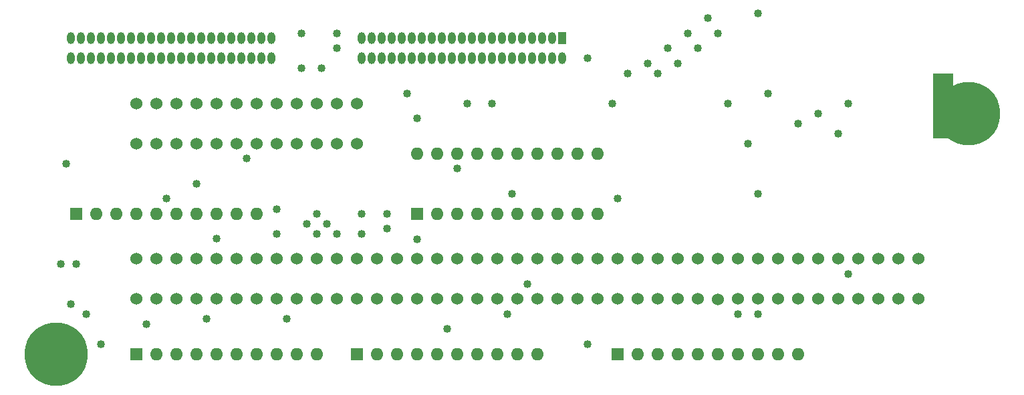
<source format=gbs>
%TF.GenerationSoftware,KiCad,Pcbnew,(6.0.7)*%
%TF.CreationDate,2022-10-12T10:21:12-05:00*%
%TF.ProjectId,CompaqPortableIIIexpansionbackplane,436f6d70-6171-4506-9f72-7461626c6549,rev?*%
%TF.SameCoordinates,Original*%
%TF.FileFunction,Soldermask,Bot*%
%TF.FilePolarity,Negative*%
%FSLAX46Y46*%
G04 Gerber Fmt 4.6, Leading zero omitted, Abs format (unit mm)*
G04 Created by KiCad (PCBNEW (6.0.7)) date 2022-10-12 10:21:12*
%MOMM*%
%LPD*%
G01*
G04 APERTURE LIST*
%ADD10R,1.600000X1.600000*%
%ADD11O,1.600000X1.600000*%
%ADD12C,1.524000*%
%ADD13R,1.000000X1.500000*%
%ADD14O,1.000000X1.500000*%
%ADD15C,8.000000*%
%ADD16C,4.400000*%
%ADD17C,1.016000*%
G04 APERTURE END LIST*
G36*
X205105000Y-84455000D02*
G01*
X202565000Y-84455000D01*
X202565000Y-92710000D01*
X205105000Y-92710000D01*
X205105000Y-84455000D01*
G37*
D10*
%TO.C,RN1*%
X93980000Y-102235000D03*
D11*
X96520000Y-102235000D03*
X99060000Y-102235000D03*
X101600000Y-102235000D03*
X104140000Y-102235000D03*
X106680000Y-102235000D03*
X109220000Y-102235000D03*
X111760000Y-102235000D03*
X114300000Y-102235000D03*
X116840000Y-102235000D03*
%TD*%
D12*
%TO.C,J110*%
X101600000Y-88265000D03*
X101600000Y-93345000D03*
X104140000Y-88265000D03*
X104140000Y-93345000D03*
X106680000Y-88265000D03*
X106680000Y-93345000D03*
X109220000Y-88265000D03*
X109220000Y-93345000D03*
X111760000Y-88265000D03*
X111760000Y-93345000D03*
X114300000Y-88265000D03*
X114300000Y-93345000D03*
X116840000Y-88265000D03*
X116840000Y-93345000D03*
X119380000Y-88265000D03*
X119380000Y-93345000D03*
X121920000Y-88265000D03*
X121920000Y-93345000D03*
X124460000Y-88265000D03*
X124460000Y-93345000D03*
X127000000Y-88265000D03*
X127000000Y-93345000D03*
X129540000Y-88265000D03*
X129540000Y-93345000D03*
%TD*%
D13*
%TO.C,J113*%
X155575000Y-80010000D03*
D14*
X155575000Y-82550000D03*
X154305000Y-80010000D03*
X154305000Y-82550000D03*
X153035000Y-80010000D03*
X153035000Y-82550000D03*
X151765000Y-80010000D03*
X151765000Y-82550000D03*
X150495000Y-80010000D03*
X150495000Y-82550000D03*
X149225000Y-80010000D03*
X149225000Y-82550000D03*
X147955000Y-80010000D03*
X147955000Y-82550000D03*
X146685000Y-80010000D03*
X146685000Y-82550000D03*
X145415000Y-80010000D03*
X145415000Y-82550000D03*
X144145000Y-80010000D03*
X144145000Y-82550000D03*
X142875000Y-80010000D03*
X142875000Y-82550000D03*
X141605000Y-80010000D03*
X141605000Y-82550000D03*
X140335000Y-80010000D03*
X140335000Y-82550000D03*
X139065000Y-80010000D03*
X139065000Y-82550000D03*
X137795000Y-80010000D03*
X137795000Y-82550000D03*
X136525000Y-80010000D03*
X136525000Y-82550000D03*
X135255000Y-80010000D03*
X135255000Y-82550000D03*
X133985000Y-80010000D03*
X133985000Y-82550000D03*
X132715000Y-80010000D03*
X132715000Y-82550000D03*
X131445000Y-80010000D03*
X131445000Y-82550000D03*
X130175000Y-80010000D03*
X130175000Y-82550000D03*
X118745000Y-80010000D03*
X118745000Y-82550000D03*
X117475000Y-80010000D03*
X117475000Y-82550000D03*
X116205000Y-80010000D03*
X116205000Y-82550000D03*
X114935000Y-80010000D03*
X114935000Y-82550000D03*
X113665000Y-80010000D03*
X113665000Y-82550000D03*
X112395000Y-80010000D03*
X112395000Y-82550000D03*
X111125000Y-80010000D03*
X111125000Y-82550000D03*
X109855000Y-80010000D03*
X109855000Y-82550000D03*
X108585000Y-80010000D03*
X108585000Y-82550000D03*
X107315000Y-80010000D03*
X107315000Y-82550000D03*
X106045000Y-80010000D03*
X106045000Y-82550000D03*
X104775000Y-80010000D03*
X104775000Y-82550000D03*
X103505000Y-80010000D03*
X103505000Y-82550000D03*
X102235000Y-80010000D03*
X102235000Y-82550000D03*
X100965000Y-80010000D03*
X100965000Y-82550000D03*
X99695000Y-80010000D03*
X99695000Y-82550000D03*
X98425000Y-80010000D03*
X98425000Y-82550000D03*
X97155000Y-80010000D03*
X97155000Y-82550000D03*
X95885000Y-80010000D03*
X95885000Y-82550000D03*
X94615000Y-80010000D03*
X94615000Y-82550000D03*
X93345000Y-80010000D03*
X93345000Y-82550000D03*
%TD*%
D10*
%TO.C,RN3*%
X129540000Y-120015000D03*
D11*
X132080000Y-120015000D03*
X134620000Y-120015000D03*
X137160000Y-120015000D03*
X139700000Y-120015000D03*
X142240000Y-120015000D03*
X144780000Y-120015000D03*
X147320000Y-120015000D03*
X149860000Y-120015000D03*
X152400000Y-120015000D03*
%TD*%
D10*
%TO.C,RN2*%
X162560000Y-120015000D03*
D11*
X165100000Y-120015000D03*
X167640000Y-120015000D03*
X170180000Y-120015000D03*
X172720000Y-120015000D03*
X175260000Y-120015000D03*
X177800000Y-120015000D03*
X180340000Y-120015000D03*
X182880000Y-120015000D03*
X185420000Y-120015000D03*
%TD*%
D10*
%TO.C,RN4*%
X101600000Y-120015000D03*
D11*
X104140000Y-120015000D03*
X106680000Y-120015000D03*
X109220000Y-120015000D03*
X111760000Y-120015000D03*
X114300000Y-120015000D03*
X116840000Y-120015000D03*
X119380000Y-120015000D03*
X121920000Y-120015000D03*
X124460000Y-120015000D03*
%TD*%
D10*
%TO.C,U1*%
X137160000Y-102235000D03*
D11*
X139700000Y-102235000D03*
X142240000Y-102235000D03*
X144780000Y-102235000D03*
X147320000Y-102235000D03*
X149860000Y-102235000D03*
X152400000Y-102235000D03*
X154940000Y-102235000D03*
X157480000Y-102235000D03*
X160020000Y-102235000D03*
X160020000Y-94615000D03*
X157480000Y-94615000D03*
X154940000Y-94615000D03*
X152400000Y-94615000D03*
X149860000Y-94615000D03*
X147320000Y-94615000D03*
X144780000Y-94615000D03*
X142240000Y-94615000D03*
X139700000Y-94615000D03*
X137160000Y-94615000D03*
%TD*%
D12*
%TO.C,J114*%
X101600000Y-107950000D03*
X104140000Y-107950000D03*
X106680000Y-107950000D03*
X109220000Y-107950000D03*
X111760000Y-107950000D03*
X114300000Y-107950000D03*
X116840000Y-107950000D03*
X119380000Y-107950000D03*
X121920000Y-107950000D03*
X124460000Y-107950000D03*
X127000000Y-107950000D03*
X129540000Y-107950000D03*
X132080000Y-107950000D03*
X134620000Y-107950000D03*
X137160000Y-107950000D03*
X139700000Y-107950000D03*
X142240000Y-107950000D03*
X144780000Y-107950000D03*
X147320000Y-107950000D03*
X149860000Y-107950000D03*
X152400000Y-107950000D03*
X154940000Y-107950000D03*
X157480000Y-107950000D03*
X160020000Y-107950000D03*
X162560000Y-107950000D03*
X165100000Y-107950000D03*
X167640000Y-107950000D03*
X170180000Y-107950000D03*
X172720000Y-107950000D03*
X175260000Y-107950000D03*
X177800000Y-107950000D03*
X180340000Y-107950000D03*
X182880000Y-107950000D03*
X185420000Y-107950000D03*
X187960000Y-107950000D03*
X190500000Y-107950000D03*
X193040000Y-107950000D03*
X195580000Y-107950000D03*
X198120000Y-107950000D03*
X200660000Y-107950000D03*
X101600000Y-113030000D03*
X104140000Y-113030000D03*
X106680000Y-113030000D03*
X109220000Y-113030000D03*
X111760000Y-113030000D03*
X114300000Y-113030000D03*
X116840000Y-113030000D03*
X119380000Y-113030000D03*
X121920000Y-113030000D03*
X124460000Y-113030000D03*
X127000000Y-113030000D03*
X129540000Y-113030000D03*
X132080000Y-113030000D03*
X134620000Y-113030000D03*
X137160000Y-113030000D03*
X139700000Y-113030000D03*
X142240000Y-113030000D03*
X144780000Y-113030000D03*
X147320000Y-113030000D03*
X149860000Y-113030000D03*
X152400000Y-113030000D03*
X154940000Y-113030000D03*
X157480000Y-113030000D03*
X160020000Y-113030000D03*
X162560000Y-113030000D03*
X165100000Y-113030000D03*
X167640000Y-113030000D03*
X170180000Y-113030000D03*
X172720000Y-113030000D03*
X175282238Y-113102193D03*
X177800000Y-113030000D03*
X180340000Y-113030000D03*
X182880000Y-113030000D03*
X185420000Y-113030000D03*
X187960000Y-113030000D03*
X190500000Y-113030000D03*
X193040000Y-113030000D03*
X195580000Y-113030000D03*
X198120000Y-113030000D03*
X200660000Y-113030000D03*
%TD*%
D15*
%TO.C,H2*%
X207010000Y-89535000D03*
D16*
X207010000Y-89535000D03*
%TD*%
%TO.C,H1*%
X91440000Y-120015000D03*
D15*
X91440000Y-120015000D03*
%TD*%
D17*
X179070000Y-93345000D03*
X122555000Y-83820000D03*
X180340000Y-76835000D03*
X180340000Y-99695000D03*
X119380000Y-101650800D03*
X190500000Y-92075000D03*
X125095000Y-83820000D03*
X158750000Y-118745000D03*
X163830000Y-84455000D03*
X137160000Y-105460800D03*
X130175000Y-102235000D03*
X133350000Y-102235000D03*
X125730000Y-103505000D03*
X133350000Y-104140000D03*
X127000000Y-79375000D03*
X140970000Y-116840000D03*
X127000000Y-81280000D03*
X127000000Y-104775000D03*
X130175000Y-104775000D03*
X191770000Y-109855000D03*
X191770000Y-88265000D03*
X187960000Y-89535000D03*
X185420000Y-90805000D03*
X177800000Y-114935000D03*
X176530000Y-88265000D03*
X137160000Y-90170000D03*
X143510000Y-88265000D03*
X93980000Y-108610400D03*
X92075000Y-108585000D03*
X110490000Y-115570000D03*
X120650000Y-115570000D03*
X105410000Y-100330000D03*
X93345000Y-113665000D03*
X95250000Y-114935000D03*
X158750000Y-82550000D03*
X148590000Y-114935000D03*
X151130000Y-111125000D03*
X149225000Y-99695000D03*
X162560000Y-100330000D03*
X115570000Y-95250000D03*
X142240000Y-96520000D03*
X111760000Y-105410000D03*
X122555000Y-79375000D03*
X124460000Y-104775000D03*
X92710000Y-95885000D03*
X109220000Y-98425000D03*
X124460000Y-102235000D03*
X161925000Y-88265000D03*
X167640000Y-84455000D03*
X170180000Y-83185000D03*
X172720000Y-81280000D03*
X175260000Y-79375000D03*
X166370000Y-83185000D03*
X168910000Y-81280000D03*
X171450000Y-79375000D03*
X173990000Y-77470000D03*
X102870000Y-116205000D03*
X123190000Y-103505000D03*
X119380000Y-104775000D03*
X180340000Y-114935000D03*
X181610000Y-86995000D03*
X97155000Y-118745000D03*
X135890000Y-86995000D03*
X146685000Y-88265000D03*
M02*

</source>
